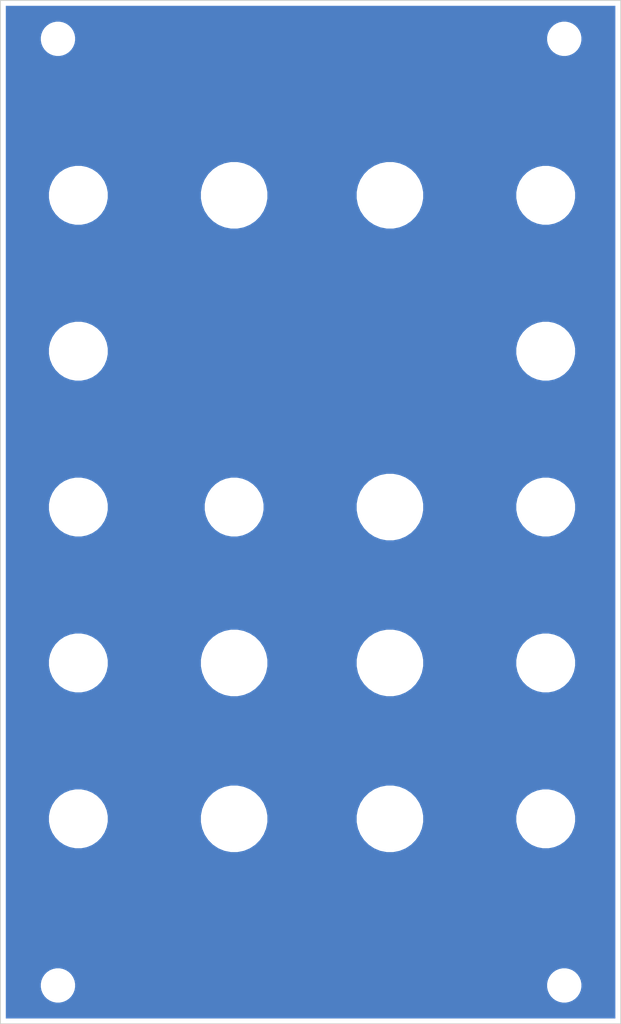
<source format=kicad_pcb>
(kicad_pcb (version 20221018) (generator pcbnew)
  (title_block (title "X4046") (date "2019-09-02") (rev "R01") (comment 1 "Panel PCB") (comment 2 "Original design by Thomas Henry") (comment 4 "License CC BY 4.0 - Attribution 4.0 International"))
  (layers (0 "F.Cu" signal) (31 "B.Cu" signal) (34 "B.Paste" user) (35 "F.Paste" user) (36 "B.SilkS" user "B.Silkscreen") (37 "F.SilkS" user "F.Silkscreen") (38 "B.Mask" user) (39 "F.Mask" user) (44 "Edge.Cuts" user))
  (net 0 "")
  (footprint "elektrophon:panel_jack" (layer "F.Cu") (at 35.56 50.8)
    (fp_text reference "H1" hide)
    (fp_text value "1v/oct" hide)
    (pad "" np_thru_hole circle (at 0 0) (size 6.4 6.4) (drill 6.4) (layers "*.Cu" "*.Mask"))
  )
  (footprint "elektrophon:panel_jack" (layer "F.Cu") (at 35.56 71.12)
    (fp_text reference "H2" hide)
    (fp_text value "sync" hide)
    (pad "" np_thru_hole circle (at 0 0) (size 6.4 6.4) (drill 6.4) (layers "*.Cu" "*.Mask"))
  )
  (footprint "elektrophon:panel_jack" (layer "F.Cu") (at 35.56 91.44)
    (fp_text reference "H3" hide)
    (fp_text value "linFM" hide)
    (pad "" np_thru_hole circle (at 0 0) (size 6.4 6.4) (drill 6.4) (layers "*.Cu" "*.Mask"))
  )
  (footprint "elektrophon:panel_jack" (layer "F.Cu") (at 35.56 111.76)
    (fp_text reference "H4" hide)
    (fp_text value "expFM" hide)
    (pad "" np_thru_hole circle (at 0 0) (size 6.4 6.4) (drill 6.4) (layers "*.Cu" "*.Mask"))
  )
  (footprint "elektrophon:panel_jack" (layer "F.Cu") (at 35.56 132.08)
    (fp_text reference "H5" hide)
    (fp_text value "PWM" hide)
    (pad "" np_thru_hole circle (at 0 0) (size 6.4 6.4) (drill 6.4) (layers "*.Cu" "*.Mask"))
  )
  (footprint "elektrophon:panel_potentiometer" (layer "F.Cu") (at 55.88 50.8)
    (fp_text reference "H6" hide)
    (fp_text value "coarse" hide)
    (pad "" np_thru_hole circle (at 0 0) (size 7.4 7.4) (drill 7.4) (layers "*.Cu" "*.Mask"))
  )
  (footprint "elektrophon:panel_switch" (layer "F.Cu") (at 55.88 91.44)
    (fp_text reference "H7" hide)
    (fp_text value "ac/dc" hide)
    (pad "" np_thru_hole circle (at 0 0) (size 6.4 6.4) (drill 6.4) (layers "*.Cu" "*.Mask"))
  )
  (footprint "elektrophon:panel_potentiometer" (layer "F.Cu") (at 55.88 111.76)
    (fp_text reference "H8" hide)
    (fp_text value "atten" hide)
    (pad "" np_thru_hole circle (at 0 0) (size 7.4 7.4) (drill 7.4) (layers "*.Cu" "*.Mask"))
  )
  (footprint "elektrophon:panel_potentiometer" (layer "F.Cu") (at 55.88 132.08)
    (fp_text reference "H9" hide)
    (fp_text value "atten" hide)
    (pad "" np_thru_hole circle (at 0 0) (size 7.4 7.4) (drill 7.4) (layers "*.Cu" "*.Mask"))
  )
  (footprint "elektrophon:panel_potentiometer" (layer "F.Cu") (at 76.2 50.8)
    (fp_text reference "H10" hide)
    (fp_text value "fine" hide)
    (pad "" np_thru_hole circle (at 0 0) (size 7.4 7.4) (drill 7.4) (layers "*.Cu" "*.Mask"))
  )
  (footprint "elektrophon:panel_potentiometer" (layer "F.Cu") (at 76.2 91.44)
    (fp_text reference "H11" hide)
    (fp_text value "atten" hide)
    (pad "" np_thru_hole circle (at 0 0) (size 7.4 7.4) (drill 7.4) (layers "*.Cu" "*.Mask"))
  )
  (footprint "elektrophon:panel_potentiometer" (layer "F.Cu") (at 76.2 111.76)
    (fp_text reference "H12" hide)
    (fp_text value "skew" hide)
    (pad "" np_thru_hole circle (at 0 0) (size 7.4 7.4) (drill 7.4) (layers "*.Cu" "*.Mask"))
  )
  (footprint "elektrophon:panel_potentiometer" (layer "F.Cu") (at 76.2 132.08)
    (fp_text reference "H13" hide)
    (fp_text value "PW" hide)
    (pad "" np_thru_hole circle (at 0 0) (size 7.4 7.4) (drill 7.4) (layers "*.Cu" "*.Mask"))
  )
  (footprint "elektrophon:panel_jack" (layer "F.Cu") (at 96.52 50.8)
    (fp_text reference "H14" hide)
    (fp_text value "saw" hide)
    (pad "" np_thru_hole circle (at 0 0) (size 6.4 6.4) (drill 6.4) (layers "*.Cu" "*.Mask"))
  )
  (footprint "elektrophon:panel_jack" (layer "F.Cu") (at 96.52 71.12)
    (fp_text reference "H15" hide)
    (fp_text value "triangle" hide)
    (pad "" np_thru_hole circle (at 0 0) (size 6.4 6.4) (drill 6.4) (layers "*.Cu" "*.Mask"))
  )
  (footprint "elektrophon:panel_jack" (layer "F.Cu") (at 96.52 91.44)
    (fp_text reference "H16" hide)
    (fp_text value "sine" hide)
    (pad "" np_thru_hole circle (at 0 0) (size 6.4 6.4) (drill 6.4) (layers "*.Cu" "*.Mask"))
  )
  (footprint "elektrophon:panel_jack" (layer "F.Cu") (at 96.52 111.76)
    (fp_text reference "H17" hide)
    (fp_text value "fall" hide)
    (pad "" np_thru_hole circle (at 0 0) (size 6.4 6.4) (drill 6.4) (layers "*.Cu" "*.Mask"))
  )
  (footprint "elektrophon:panel_jack" (layer "F.Cu") (at 96.52 132.08)
    (fp_text reference "H18" hide)
    (fp_text value "square" hide)
    (pad "" np_thru_hole circle (at 0 0) (size 6.4 6.4) (drill 6.4) (layers "*.Cu" "*.Mask"))
  )
  (footprint "elektrophon:waveshape_fall" (layer "F.Cu") (at 96.52 111.76)
    (fp_text reference "svg2mod" hide)
    (fp_text value "G***" hide)
  )
  (footprint "elektrophon:waveshape_triangle" (layer "F.Cu") (at 96.52 71.12)
    (fp_text reference "svg2mod" hide)
    (fp_text value "G***" hide)
  )
  (footprint "elektrophon:waveshape_saw" (layer "F.Cu") (at 96.52 50.8)
    (fp_text reference "svg2mod" hide)
    (fp_text value "G***" hide)
  )
  (footprint "elektrophon:waveshape_sine" (layer "F.Cu") (at 96.52 91.44)
    (fp_text reference "svg2mod" hide)
    (fp_text value "G***" hide)
  )
  (footprint "elektrophon:waveshape_square" (layer "F.Cu") (at 96.52 132.08)
    (fp_text reference "svg2mod" hide)
    (fp_text value "G***" hide)
  )
  (footprint "MountingHole:MountingHole_3.2mm_M3" (layer "F.Cu") (at 32.9 30.4)
    (fp_text reference "H19" hide)
    (fp_text value "MountingHole" hide)
    (pad "" np_thru_hole circle (at 0 0) (size 3.2 3.2) (drill 3.2) (layers "*.Cu" "*.Mask"))
  )
  (footprint "MountingHole:MountingHole_3.2mm_M3" (layer "F.Cu") (at 32.9 153.8)
    (fp_text reference "H20" hide)
    (fp_text value "MountingHole" hide)
    (pad "" np_thru_hole circle (at 0 0) (size 3.2 3.2) (drill 3.2) (layers "*.Cu" "*.Mask"))
  )
  (footprint "MountingHole:MountingHole_3.2mm_M3" (layer "F.Cu") (at 98.94 30.4)
    (fp_text reference "H21" hide)
    (fp_text value "MountingHole" hide)
    (pad "" np_thru_hole circle (at 0 0) (size 3.2 3.2) (drill 3.2) (layers "*.Cu" "*.Mask"))
  )
  (footprint "MountingHole:MountingHole_3.2mm_M3" (layer "F.Cu") (at 98.94 153.8)
    (fp_text reference "H22" hide)
    (fp_text value "MountingHole" hide)
    (pad "" np_thru_hole circle (at 0 0) (size 3.2 3.2) (drill 3.2) (layers "*.Cu" "*.Mask"))
  )
  (gr_line (start 106.3 158.8) (end 25.4 158.8) (stroke (width 0.12)) (layer "Edge.Cuts"))
  (gr_line (start 25.4 25.4) (end 25.4 158.8) (stroke (width 0.12)) (layer "Edge.Cuts"))
  (gr_line (start 25.4 25.4) (end 106.3 25.4) (stroke (width 0.12)) (layer "Edge.Cuts"))
  (gr_line (start 106.3 25.4) (end 106.3 158.8) (stroke (width 0.12)) (layer "Edge.Cuts"))
  (gr_text "R01" (at 89.97 155.26) (layer "F.Cu") (effects (font (size 2 1.4) (thickness 0.25))))
  (zone (net 0) (net_name "") (layer "B.Cu") (connect_pads (clearance 0.508)) (min_thickness 0.254) (fill yes (thermal_gap 0.508) (thermal_bridge_width 0.508))
    (polygon (pts (xy 25.43 25.4) (xy 106.33 25.39) (xy 106.27 158.8) (xy 25.4 158.75)))
  )
)
</source>
